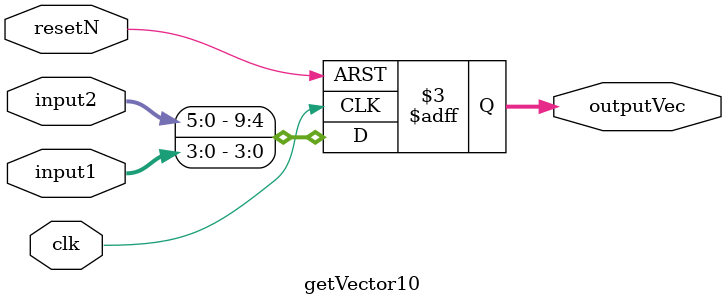
<source format=sv>


//-- Eyal Lev 31 Jan 2021

module	getVector10	(	
//		--------	Clock Input	 	
					input		logic	clk,
					input		logic	resetN,

					input		logic	[3:0] input1,		
					input		logic [5:0] input2,
		
					output	logic	[9:0] outputVec
);

always_ff@(posedge clk or negedge resetN)
begin
	if(!resetN) begin
			outputVec <= 10'b0;
	end
	
	else begin
		
		outputVec[0] = input1[0];
		outputVec[1] = input1[1];
		outputVec[2] = input1[2];
		outputVec[3] = input1[3];
		outputVec[4] = input2[0];
		outputVec[5] = input2[1];
		outputVec[6] = input2[2];
		outputVec[7] = input2[3];
		outputVec[8] = input2[4];
		outputVec[9] = input2[5];

		
	end ; 
end

endmodule



</source>
